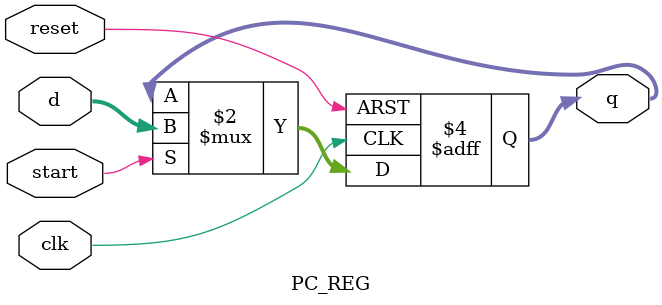
<source format=sv>
module PC_REG
(
	input logic clk, reset,start,
	input logic [31:0] d,
	output logic [31:0] q
);

	always_ff @(posedge clk, posedge reset)
		if (reset) q <= 0;
		else if(start) q <= d;
	
endmodule
</source>
